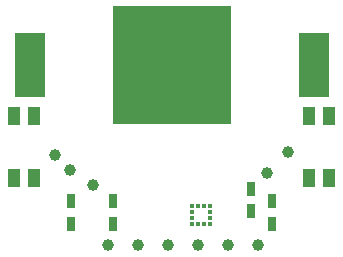
<source format=gts>
G04 #@! TF.GenerationSoftware,KiCad,Pcbnew,5.1.5*
G04 #@! TF.CreationDate,2020-03-31T20:49:17+02:00*
G04 #@! TF.ProjectId,Watch,57617463-682e-46b6-9963-61645f706362,rev?*
G04 #@! TF.SameCoordinates,Original*
G04 #@! TF.FileFunction,Soldermask,Top*
G04 #@! TF.FilePolarity,Negative*
%FSLAX46Y46*%
G04 Gerber Fmt 4.6, Leading zero omitted, Abs format (unit mm)*
G04 Created by KiCad (PCBNEW 5.1.5) date 2020-03-31 20:49:17*
%MOMM*%
%LPD*%
G04 APERTURE LIST*
%ADD10C,1.000000*%
%ADD11R,0.300000X0.350000*%
%ADD12R,2.500000X5.500000*%
%ADD13R,10.000000X10.000000*%
%ADD14R,0.750000X1.200000*%
%ADD15R,1.000000X1.550000*%
G04 APERTURE END LIST*
D10*
X145542000Y-105664000D03*
X147320000Y-103886000D03*
X130810000Y-106680000D03*
X128905000Y-105410000D03*
X127635000Y-104140000D03*
D11*
X139250000Y-110000000D03*
X139750000Y-110000000D03*
X140250000Y-110000000D03*
X140750000Y-110000000D03*
X140775000Y-109475000D03*
X140775000Y-108975000D03*
X140750000Y-108450000D03*
X140250000Y-108450000D03*
X139750000Y-108450000D03*
X139250000Y-108450000D03*
X139225000Y-108975000D03*
X139225000Y-109475000D03*
D12*
X149500000Y-96500000D03*
X125500000Y-96500000D03*
D13*
X137500000Y-96500000D03*
D14*
X146000000Y-109950000D03*
X146000000Y-108050000D03*
X144250000Y-108900000D03*
X144250000Y-107000000D03*
X132500000Y-109950000D03*
X132500000Y-108050000D03*
X129000000Y-109950000D03*
X129000000Y-108050000D03*
D10*
X139700000Y-111760000D03*
X137160000Y-111760000D03*
X132080000Y-111760000D03*
X144780000Y-111760000D03*
X142240000Y-111760000D03*
X134620000Y-111760000D03*
D15*
X149150000Y-106125000D03*
X149150000Y-100875000D03*
X150850000Y-100875000D03*
X150850000Y-106125000D03*
X125850000Y-100875000D03*
X125850000Y-106125000D03*
X124150000Y-106125000D03*
X124150000Y-100875000D03*
M02*

</source>
